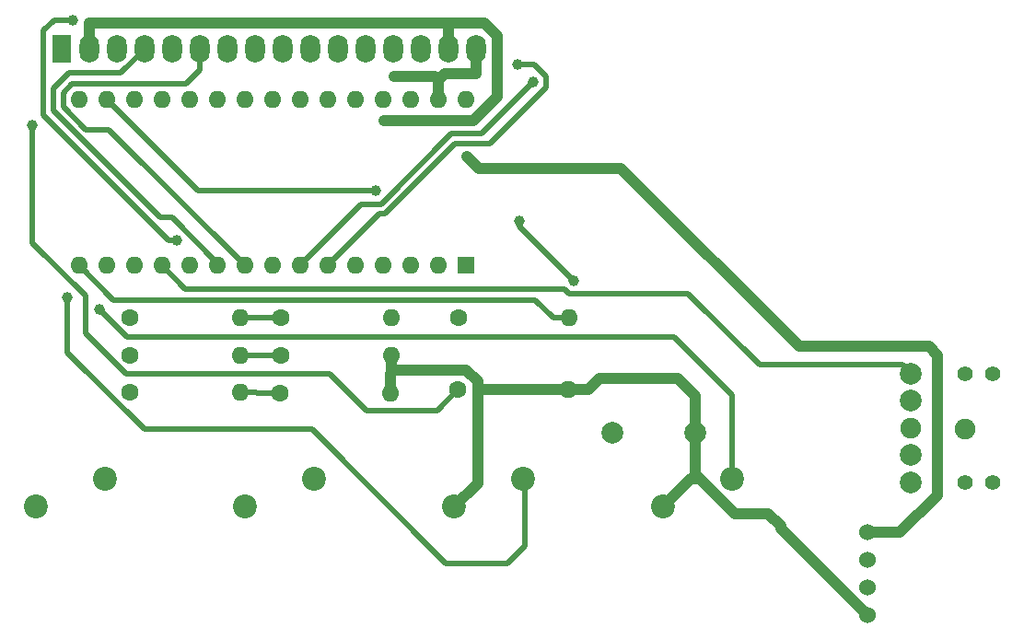
<source format=gbr>
%TF.GenerationSoftware,KiCad,Pcbnew,7.0.1*%
%TF.CreationDate,2024-03-20T11:55:58+03:00*%
%TF.ProjectId,TZXDuino,545a5844-7569-46e6-9f2e-6b696361645f,rev?*%
%TF.SameCoordinates,Original*%
%TF.FileFunction,Copper,L1,Top*%
%TF.FilePolarity,Positive*%
%FSLAX46Y46*%
G04 Gerber Fmt 4.6, Leading zero omitted, Abs format (unit mm)*
G04 Created by KiCad (PCBNEW 7.0.1) date 2024-03-20 11:55:58*
%MOMM*%
%LPD*%
G01*
G04 APERTURE LIST*
%TA.AperFunction,ComponentPad*%
%ADD10C,2.200000*%
%TD*%
%TA.AperFunction,ComponentPad*%
%ADD11R,1.800000X2.600000*%
%TD*%
%TA.AperFunction,ComponentPad*%
%ADD12O,1.800000X2.600000*%
%TD*%
%TA.AperFunction,ComponentPad*%
%ADD13O,1.600000X1.600000*%
%TD*%
%TA.AperFunction,ComponentPad*%
%ADD14R,1.600000X1.600000*%
%TD*%
%TA.AperFunction,ComponentPad*%
%ADD15C,1.600000*%
%TD*%
%TA.AperFunction,ComponentPad*%
%ADD16C,1.524000*%
%TD*%
%TA.AperFunction,ComponentPad*%
%ADD17C,2.000000*%
%TD*%
%TA.AperFunction,ComponentPad*%
%ADD18C,1.900000*%
%TD*%
%TA.AperFunction,ComponentPad*%
%ADD19C,1.400000*%
%TD*%
%TA.AperFunction,ViaPad*%
%ADD20C,1.000000*%
%TD*%
%TA.AperFunction,Conductor*%
%ADD21C,1.000000*%
%TD*%
%TA.AperFunction,Conductor*%
%ADD22C,0.500000*%
%TD*%
G04 APERTURE END LIST*
D10*
%TO.P,SW4,1,1*%
%TO.N,A3*%
X158135000Y-109160000D03*
%TO.P,SW4,2,2*%
%TO.N,GND*%
X151785000Y-111700000D03*
%TD*%
%TO.P,SW3,2,2*%
%TO.N,GND*%
X132567500Y-111700000D03*
%TO.P,SW3,1,1*%
%TO.N,A2*%
X138917500Y-109160000D03*
%TD*%
%TO.P,SW2,1,1*%
%TO.N,A1*%
X119699900Y-109160000D03*
%TO.P,SW2,2,2*%
%TO.N,GND*%
X113349900Y-111700000D03*
%TD*%
%TO.P,SW1,1,1*%
%TO.N,A0*%
X100482400Y-109160000D03*
%TO.P,SW1,2,2*%
%TO.N,GND*%
X94132400Y-111700000D03*
%TD*%
D11*
%TO.P,U2,1,VSS*%
%TO.N,GND*%
X96469200Y-69596000D03*
D12*
%TO.P,U2,2,VDD*%
%TO.N,+5V*%
X99009200Y-69596000D03*
%TO.P,U2,3,VO*%
%TO.N,Net-(U2-VO)*%
X101549200Y-69596000D03*
%TO.P,U2,4,RS*%
%TO.N,D7*%
X104089200Y-69596000D03*
%TO.P,U2,5,R/W*%
%TO.N,GND*%
X106629200Y-69596000D03*
%TO.P,U2,6,E*%
%TO.N,D6*%
X109169200Y-69596000D03*
%TO.P,U2,7,D0*%
%TO.N,unconnected-(U2-D0-Pad7)*%
X111709200Y-69596000D03*
%TO.P,U2,8,D1*%
%TO.N,unconnected-(U2-D1-Pad8)*%
X114249200Y-69596000D03*
%TO.P,U2,9,D2*%
%TO.N,unconnected-(U2-D2-Pad9)*%
X116789200Y-69596000D03*
%TO.P,U2,10,D3*%
%TO.N,unconnected-(U2-D3-Pad10)*%
X119329200Y-69596000D03*
%TO.P,U2,11,D4*%
%TO.N,D5*%
X121869200Y-69596000D03*
%TO.P,U2,12,D5*%
%TO.N,D4*%
X124409200Y-69596000D03*
%TO.P,U2,13,D6*%
%TO.N,D3*%
X126949200Y-69596000D03*
%TO.P,U2,14,D7*%
%TO.N,D2*%
X129489200Y-69596000D03*
%TO.P,U2,15,LED(+)*%
%TO.N,+5V*%
X132029200Y-69596000D03*
%TO.P,U2,16,LED(-)*%
%TO.N,GND*%
X134569200Y-69596000D03*
%TD*%
D13*
%TO.P,U1,30,VIN*%
%TO.N,Net-(J3-Pin_1)*%
X133604000Y-74320400D03*
%TO.P,U1,29,GND*%
%TO.N,GND*%
X131064000Y-74320400D03*
%TO.P,U1,28,~{RESET}*%
%TO.N,unconnected-(U1-~{RESET}-Pad28)*%
X128524000Y-74320400D03*
%TO.P,U1,27,+5V*%
%TO.N,+5V*%
X125984000Y-74320400D03*
%TO.P,U1,26,A7*%
%TO.N,unconnected-(U1-A7-Pad26)*%
X123444000Y-74320400D03*
%TO.P,U1,25,A6*%
%TO.N,unconnected-(U1-A6-Pad25)*%
X120904000Y-74320400D03*
%TO.P,U1,24,A5*%
%TO.N,unconnected-(U1-A5-Pad24)*%
X118364000Y-74320400D03*
%TO.P,U1,23,A4*%
%TO.N,unconnected-(U1-A4-Pad23)*%
X115824000Y-74320400D03*
%TO.P,U1,22,A3*%
%TO.N,A3*%
X113284000Y-74320400D03*
%TO.P,U1,21,A2*%
%TO.N,A2*%
X110744000Y-74320400D03*
%TO.P,U1,20,A1*%
%TO.N,A1*%
X108204000Y-74320400D03*
%TO.P,U1,19,A0*%
%TO.N,A0*%
X105664000Y-74320400D03*
%TO.P,U1,18,AREF*%
%TO.N,unconnected-(U1-AREF-Pad18)*%
X103124000Y-74320400D03*
%TO.P,U1,17,3V3*%
%TO.N,+3.3V*%
X100584000Y-74320400D03*
%TO.P,U1,16,D13*%
%TO.N,SCK*%
X98044000Y-74320400D03*
%TO.P,U1,15,D12*%
%TO.N,MISO*%
X98044000Y-89560400D03*
%TO.P,U1,14,D11*%
%TO.N,MOSI*%
X100584000Y-89560400D03*
%TO.P,U1,13,D10*%
%TO.N,CS*%
X103124000Y-89560400D03*
%TO.P,U1,12,D9*%
%TO.N,D9*%
X105664000Y-89560400D03*
%TO.P,U1,11,D8*%
%TO.N,D8*%
X108204000Y-89560400D03*
%TO.P,U1,10,D7*%
%TO.N,D7*%
X110744000Y-89560400D03*
%TO.P,U1,9,D6*%
%TO.N,D6*%
X113284000Y-89560400D03*
%TO.P,U1,8,D5*%
%TO.N,D5*%
X115824000Y-89560400D03*
%TO.P,U1,7,D4*%
%TO.N,D4*%
X118364000Y-89560400D03*
%TO.P,U1,6,D3*%
%TO.N,D3*%
X120904000Y-89560400D03*
%TO.P,U1,5,D2*%
%TO.N,D2*%
X123444000Y-89560400D03*
%TO.P,U1,4,GND*%
%TO.N,GND*%
X125984000Y-89560400D03*
%TO.P,U1,3,~{RESET}*%
%TO.N,unconnected-(U1-~{RESET}-Pad3)*%
X128524000Y-89560400D03*
%TO.P,U1,2,D0/RX*%
%TO.N,unconnected-(U1-D0{slash}RX-Pad2)*%
X131064000Y-89560400D03*
D14*
%TO.P,U1,1,D1/TX*%
%TO.N,unconnected-(U1-D1{slash}TX-Pad1)*%
X133604000Y-89560400D03*
%TD*%
D13*
%TO.P,R4,2*%
%TO.N,Net-(J1-CD{slash}DAT3)*%
X112877600Y-94335600D03*
D15*
%TO.P,R4,1*%
%TO.N,CS*%
X102717600Y-94335600D03*
%TD*%
D16*
%TO.P,J3,1,Pin_1*%
%TO.N,Net-(J3-Pin_1)*%
X170582400Y-114122600D03*
%TO.P,J3,2,Pin_2*%
%TO.N,unconnected-(J3-Pin_2-Pad2)*%
X170582400Y-116662600D03*
%TO.P,J3,3,Pin_3*%
%TO.N,unconnected-(J3-Pin_3-Pad3)*%
X170582400Y-119202600D03*
%TO.P,J3,4,Pin_4*%
%TO.N,GND*%
X170582400Y-121742600D03*
%TD*%
D13*
%TO.P,R7,2*%
%TO.N,GND*%
X126796800Y-94386400D03*
D15*
%TO.P,R7,1*%
%TO.N,Net-(J1-CD{slash}DAT3)*%
X116636800Y-94386400D03*
%TD*%
D13*
%TO.P,R6,2*%
%TO.N,GND*%
X126746000Y-97840800D03*
D15*
%TO.P,R6,1*%
%TO.N,Net-(J1-CMD)*%
X116586000Y-97840800D03*
%TD*%
D17*
%TO.P,J2,1,Pin_1*%
%TO.N,GND*%
X154670000Y-104900000D03*
%TO.P,J2,2,Pin_2*%
%TO.N,D8*%
X147070000Y-104900000D03*
%TD*%
%TO.P,J5,3*%
%TO.N,unconnected-(J5-Pad3)*%
X174550000Y-109500000D03*
D18*
%TO.P,J5,2*%
%TO.N,GND*%
X179510000Y-104580000D03*
D17*
%TO.P,J5,1*%
%TO.N,D9*%
X174550000Y-99500000D03*
%TO.P,J5,*%
%TO.N,*%
X174550000Y-102000000D03*
D18*
X174550000Y-104500000D03*
D17*
X174550000Y-107000000D03*
D19*
X179550000Y-99500000D03*
X179550000Y-109500000D03*
X182050000Y-99500000D03*
X182050000Y-109500000D03*
%TD*%
D13*
%TO.P,R8,2*%
%TO.N,MISO*%
X143103600Y-94386400D03*
D15*
%TO.P,R8,1*%
%TO.N,+3.3V*%
X132943600Y-94386400D03*
%TD*%
D13*
%TO.P,R2,2*%
%TO.N,Net-(J1-CLK)*%
X112877600Y-101244400D03*
D15*
%TO.P,R2,1*%
%TO.N,SCK*%
X102717600Y-101244400D03*
%TD*%
D13*
%TO.P,R5,2*%
%TO.N,GND*%
X126695200Y-101295200D03*
D15*
%TO.P,R5,1*%
%TO.N,Net-(J1-CLK)*%
X116535200Y-101295200D03*
%TD*%
D13*
%TO.P,R3,2*%
%TO.N,Net-(J1-CMD)*%
X112877600Y-97790000D03*
D15*
%TO.P,R3,1*%
%TO.N,MOSI*%
X102717600Y-97790000D03*
%TD*%
D13*
%TO.P,R1,2*%
%TO.N,GND*%
X143052800Y-100990400D03*
D15*
%TO.P,R1,1*%
%TO.N,Net-(U2-VO)*%
X132892800Y-100990400D03*
%TD*%
D20*
%TO.N,Net-(J3-Pin_1)*%
X133739000Y-79511800D03*
%TO.N,Net-(J1-CLK)*%
X138541400Y-85467800D03*
X143550200Y-90966100D03*
%TO.N,D3*%
X138348000Y-71070100D03*
%TO.N,D4*%
X139844100Y-72700100D03*
%TO.N,D5*%
X107027300Y-87266800D03*
X97446700Y-67020600D03*
%TO.N,A3*%
X99944900Y-93622000D03*
%TO.N,A2*%
X97003700Y-92487800D03*
%TO.N,Net-(U2-VO)*%
X93737400Y-76667700D03*
%TO.N,+3.3V*%
X125368800Y-82711800D03*
%TO.N,+5V*%
X126067800Y-76206100D03*
%TO.N,GND*%
X127067100Y-72208200D03*
%TD*%
D21*
%TO.N,GND*%
X154670000Y-108693300D02*
X155057700Y-109081000D01*
X154670000Y-101524800D02*
X154670000Y-108693300D01*
X145894800Y-99950300D02*
X153095500Y-99950300D01*
X144854700Y-100990400D02*
X145894800Y-99950300D01*
X153095500Y-99950300D02*
X154670000Y-101524800D01*
X143052800Y-100990400D02*
X144854700Y-100990400D01*
%TO.N,Net-(J3-Pin_1)*%
X147853200Y-80600000D02*
X134827200Y-80600000D01*
X164263500Y-97010300D02*
X147853200Y-80600000D01*
X176180300Y-97010300D02*
X164263500Y-97010300D01*
X176970000Y-97800000D02*
X176180300Y-97010300D01*
X176970000Y-110700000D02*
X176970000Y-97800000D01*
X170582400Y-114122600D02*
X173547400Y-114122600D01*
X173547400Y-114122600D02*
X176970000Y-110700000D01*
X134827200Y-80600000D02*
X133739000Y-79511800D01*
D22*
%TO.N,Net-(J1-CLK)*%
X112877600Y-101244400D02*
X114329500Y-101244400D01*
X114380300Y-101295200D02*
X114329500Y-101244400D01*
X116535200Y-101295200D02*
X114380300Y-101295200D01*
X138541400Y-85957300D02*
X138541400Y-85467800D01*
X143550200Y-90966100D02*
X138541400Y-85957300D01*
%TO.N,Net-(J1-CMD)*%
X114380300Y-97840800D02*
X114329500Y-97790000D01*
X116586000Y-97840800D02*
X114380300Y-97840800D01*
X112877600Y-97790000D02*
X114329500Y-97790000D01*
%TO.N,Net-(J1-CD{slash}DAT3)*%
X114380300Y-94386400D02*
X114329500Y-94335600D01*
X116636800Y-94386400D02*
X114380300Y-94386400D01*
X112877600Y-94335600D02*
X114329500Y-94335600D01*
%TO.N,D3*%
X139862500Y-71070100D02*
X138348000Y-71070100D01*
X140997200Y-72204800D02*
X139862500Y-71070100D01*
X140997200Y-73219400D02*
X140997200Y-72204800D01*
X135856700Y-78359900D02*
X140997200Y-73219400D01*
X132653600Y-78359900D02*
X135856700Y-78359900D01*
X126202700Y-84810800D02*
X132653600Y-78359900D01*
X125653600Y-84810800D02*
X126202700Y-84810800D01*
X120904000Y-89560400D02*
X125653600Y-84810800D01*
%TO.N,D4*%
X135086200Y-77458000D02*
X139844100Y-72700100D01*
X132279900Y-77458000D02*
X135086200Y-77458000D01*
X125829000Y-83908900D02*
X132279900Y-77458000D01*
X124015500Y-83908900D02*
X125829000Y-83908900D01*
X118364000Y-89560400D02*
X124015500Y-83908900D01*
%TO.N,D5*%
X106312500Y-87266800D02*
X107027300Y-87266800D01*
X94786500Y-75740800D02*
X106312500Y-87266800D01*
X94786500Y-67980300D02*
X94786500Y-75740800D01*
X95746200Y-67020600D02*
X94786500Y-67980300D01*
X97446700Y-67020600D02*
X95746200Y-67020600D01*
%TO.N,D6*%
X109169200Y-69596000D02*
X109169200Y-71547900D01*
X107885100Y-72832000D02*
X109169200Y-71547900D01*
X97434800Y-72832000D02*
X107885100Y-72832000D01*
X96591800Y-73675000D02*
X97434800Y-72832000D01*
X96591800Y-74937900D02*
X96591800Y-73675000D01*
X98704100Y-77050200D02*
X96591800Y-74937900D01*
X100773800Y-77050200D02*
X98704100Y-77050200D01*
X113284000Y-89560400D02*
X100773800Y-77050200D01*
%TO.N,D7*%
X104089200Y-69680000D02*
X104089200Y-69596000D01*
X101910000Y-71859200D02*
X104089200Y-69680000D01*
X97107700Y-71859200D02*
X101910000Y-71859200D01*
X95688400Y-73278500D02*
X97107700Y-71859200D01*
X95688400Y-75338600D02*
X95688400Y-73278500D01*
X105511600Y-85161800D02*
X95688400Y-75338600D01*
X106579600Y-85161800D02*
X105511600Y-85161800D01*
X110744000Y-89326200D02*
X106579600Y-85161800D01*
X110744000Y-89560400D02*
X110744000Y-89326200D01*
%TO.N,A3*%
X102464900Y-96142000D02*
X99944900Y-93622000D01*
X152801100Y-96142000D02*
X102464900Y-96142000D01*
X158135000Y-101475900D02*
X152801100Y-96142000D01*
X158135000Y-109160000D02*
X158135000Y-101475900D01*
%TO.N,A2*%
X139070000Y-109312500D02*
X138917500Y-109160000D01*
X139070000Y-115311300D02*
X139070000Y-109312500D01*
X137440300Y-116941000D02*
X139070000Y-115311300D01*
X131789800Y-116941000D02*
X137440300Y-116941000D01*
X119480500Y-104631700D02*
X131789800Y-116941000D01*
X104044000Y-104631700D02*
X119480500Y-104631700D01*
X97003700Y-97591400D02*
X104044000Y-104631700D01*
X97003700Y-92487800D02*
X97003700Y-97591400D01*
%TO.N,D9*%
X173748100Y-98698100D02*
X174550000Y-99500000D01*
X160646900Y-98698100D02*
X173748100Y-98698100D01*
X154066800Y-92118000D02*
X160646900Y-98698100D01*
X143073000Y-92118000D02*
X154066800Y-92118000D01*
X142689300Y-91734300D02*
X143073000Y-92118000D01*
X107837900Y-91734300D02*
X142689300Y-91734300D01*
X105664000Y-89560400D02*
X107837900Y-91734300D01*
%TO.N,Net-(U2-VO)*%
X93737400Y-87459400D02*
X93737400Y-76667700D01*
X98622600Y-92344600D02*
X93737400Y-87459400D01*
X98622600Y-95765200D02*
X98622600Y-92344600D01*
X102374600Y-99517200D02*
X98622600Y-95765200D01*
X121094700Y-99517200D02*
X102374600Y-99517200D01*
X124446400Y-102868900D02*
X121094700Y-99517200D01*
X131014300Y-102868900D02*
X124446400Y-102868900D01*
X132892800Y-100990400D02*
X131014300Y-102868900D01*
%TO.N,+3.3V*%
X108975400Y-82711800D02*
X125368800Y-82711800D01*
X100584000Y-74320400D02*
X108975400Y-82711800D01*
%TO.N,MISO*%
X143103600Y-94386400D02*
X141651700Y-94386400D01*
X139986700Y-92721400D02*
X141651700Y-94386400D01*
X101205000Y-92721400D02*
X139986700Y-92721400D01*
X98044000Y-89560400D02*
X101205000Y-92721400D01*
D21*
%TO.N,+5V*%
X132027700Y-67294100D02*
X132029200Y-67295600D01*
X99009200Y-67294100D02*
X132027700Y-67294100D01*
X132029200Y-69596000D02*
X132029200Y-67295600D01*
X132029200Y-67295600D02*
X132029200Y-67294100D01*
X99009200Y-69596000D02*
X99009200Y-67294100D01*
X134266600Y-76206100D02*
X126067800Y-76206100D01*
X136471100Y-74001600D02*
X134266600Y-76206100D01*
X136471100Y-68408200D02*
X136471100Y-74001600D01*
X135357000Y-67294100D02*
X136471100Y-68408200D01*
X132029200Y-67294100D02*
X135357000Y-67294100D01*
%TO.N,GND*%
X126695200Y-101295200D02*
X126695200Y-99493300D01*
X131684600Y-71897900D02*
X131064000Y-72518500D01*
X134569200Y-71897900D02*
X131684600Y-71897900D01*
X134569200Y-69596000D02*
X134569200Y-71897900D01*
X131064000Y-74320400D02*
X131064000Y-72518500D01*
X126746000Y-99442500D02*
X126746000Y-99142200D01*
X126695200Y-99493300D02*
X126746000Y-99442500D01*
X126746000Y-99142200D02*
X126746000Y-97840800D01*
X143052800Y-100990400D02*
X141250900Y-100990400D01*
X134699100Y-100990400D02*
X141250900Y-100990400D01*
X134699100Y-100181700D02*
X134699100Y-100990400D01*
X133659600Y-99142200D02*
X134699100Y-100181700D01*
X126746000Y-99142200D02*
X133659600Y-99142200D01*
X134699100Y-109568400D02*
X132567500Y-111700000D01*
X134699100Y-100990400D02*
X134699100Y-109568400D01*
X158335600Y-112359000D02*
X155057700Y-109081000D01*
X161433200Y-112359000D02*
X158335600Y-112359000D01*
X162577500Y-113503300D02*
X161433200Y-112359000D01*
X162577500Y-113737700D02*
X162577500Y-113503300D01*
X170582400Y-121742600D02*
X162577500Y-113737700D01*
X154316400Y-109168600D02*
X151785000Y-111700000D01*
X154970100Y-109168600D02*
X154316400Y-109168600D01*
X155057700Y-109081000D02*
X154970100Y-109168600D01*
X130753700Y-72208200D02*
X131064000Y-72518500D01*
X127067100Y-72208200D02*
X130753700Y-72208200D01*
%TD*%
M02*

</source>
